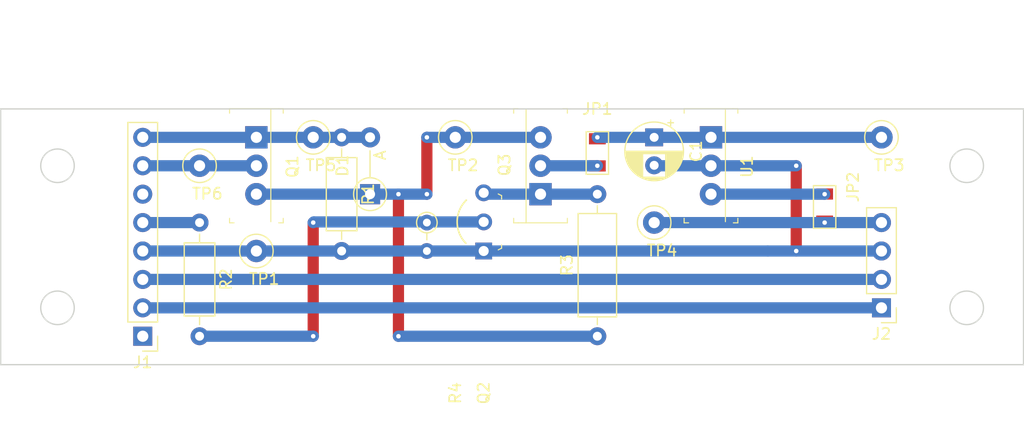
<source format=kicad_pcb>
(kicad_pcb (version 20171130) (host pcbnew "(5.1.2)-2")

  (general
    (thickness 1.6)
    (drawings 8)
    (tracks 49)
    (zones 0)
    (modules 20)
    (nets 16)
  )

  (page A4)
  (title_block
    (date 2019-09-10)
  )

  (layers
    (0 F.Cu signal)
    (31 B.Cu signal)
    (32 B.Adhes user hide)
    (33 F.Adhes user hide)
    (34 B.Paste user hide)
    (35 F.Paste user hide)
    (36 B.SilkS user hide)
    (37 F.SilkS user hide)
    (38 B.Mask user hide)
    (39 F.Mask user hide)
    (40 Dwgs.User user hide)
    (41 Cmts.User user hide)
    (42 Eco1.User user hide)
    (43 Eco2.User user hide)
    (44 Edge.Cuts user)
    (45 Margin user hide)
    (46 B.CrtYd user hide)
    (47 F.CrtYd user hide)
    (48 B.Fab user hide)
    (49 F.Fab user)
  )

  (setup
    (last_trace_width 0.25)
    (user_trace_width 1)
    (trace_clearance 0.2)
    (zone_clearance 0.508)
    (zone_45_only no)
    (trace_min 0.2)
    (via_size 0.8)
    (via_drill 0.4)
    (via_min_size 0.4)
    (via_min_drill 0.3)
    (uvia_size 0.3)
    (uvia_drill 0.1)
    (uvias_allowed no)
    (uvia_min_size 0.2)
    (uvia_min_drill 0.1)
    (edge_width 0.05)
    (segment_width 1)
    (pcb_text_width 0.3)
    (pcb_text_size 1.5 1.5)
    (mod_edge_width 0.12)
    (mod_text_size 1 1)
    (mod_text_width 0.15)
    (pad_size 1.524 1.524)
    (pad_drill 0.762)
    (pad_to_mask_clearance 0.051)
    (solder_mask_min_width 0.25)
    (aux_axis_origin 0 0)
    (visible_elements 7FFFFFFF)
    (pcbplotparams
      (layerselection 0x01000_7ffffffe)
      (usegerberextensions false)
      (usegerberattributes false)
      (usegerberadvancedattributes false)
      (creategerberjobfile false)
      (excludeedgelayer true)
      (linewidth 0.100000)
      (plotframeref false)
      (viasonmask false)
      (mode 1)
      (useauxorigin false)
      (hpglpennumber 1)
      (hpglpenspeed 20)
      (hpglpendiameter 15.000000)
      (psnegative false)
      (psa4output false)
      (plotreference true)
      (plotvalue true)
      (plotinvisibletext false)
      (padsonsilk false)
      (subtractmaskfromsilk false)
      (outputformat 3)
      (mirror false)
      (drillshape 0)
      (scaleselection 1)
      (outputdirectory "C:/Users/Mike/Desktop/"))
  )

  (net 0 "")
  (net 1 "Net-(C1-Pad1)")
  (net 2 GND)
  (net 3 "Net-(D1-Pad1)")
  (net 4 "Net-(J1-Pad1)")
  (net 5 "Net-(J1-Pad6)")
  (net 6 "Net-(J2-Pad4)")
  (net 7 "Net-(JP1-Pad1)")
  (net 8 "Net-(JP2-Pad1)")
  (net 9 "Net-(Q2-Pad3)")
  (net 10 "Net-(Q2-Pad2)")
  (net 11 /USB)
  (net 12 /RX)
  (net 13 /TX)
  (net 14 /CTRL)
  (net 15 /BAT)

  (net_class Default "This is the default net class."
    (clearance 0.2)
    (trace_width 0.25)
    (via_dia 0.8)
    (via_drill 0.4)
    (uvia_dia 0.3)
    (uvia_drill 0.1)
    (add_net /BAT)
    (add_net /CTRL)
    (add_net /RX)
    (add_net /TX)
    (add_net /USB)
    (add_net GND)
    (add_net "Net-(C1-Pad1)")
    (add_net "Net-(D1-Pad1)")
    (add_net "Net-(J1-Pad1)")
    (add_net "Net-(J1-Pad6)")
    (add_net "Net-(J2-Pad4)")
    (add_net "Net-(JP1-Pad1)")
    (add_net "Net-(JP2-Pad1)")
    (add_net "Net-(Q2-Pad2)")
    (add_net "Net-(Q2-Pad3)")
  )

  (module Resistor_THT:R_Axial_DIN0309_L9.0mm_D3.2mm_P12.70mm_Horizontal (layer F.Cu) (tedit 5AE5139B) (tstamp 5D782713)
    (at 111.76 114.3 90)
    (descr "Resistor, Axial_DIN0309 series, Axial, Horizontal, pin pitch=12.7mm, 0.5W = 1/2W, length*diameter=9*3.2mm^2, http://cdn-reichelt.de/documents/datenblatt/B400/1_4W%23YAG.pdf")
    (tags "Resistor Axial_DIN0309 series Axial Horizontal pin pitch 12.7mm 0.5W = 1/2W length 9mm diameter 3.2mm")
    (path /5BF6F4AA)
    (fp_text reference R3 (at 6.35 -2.72 90) (layer F.SilkS)
      (effects (font (size 1 1) (thickness 0.15)))
    )
    (fp_text value 10k (at -5.08 0 180) (layer F.Fab)
      (effects (font (size 1 1) (thickness 0.15)))
    )
    (fp_text user %R (at -3.81 0 180) (layer F.Fab)
      (effects (font (size 1 1) (thickness 0.15)))
    )
    (fp_line (start 13.75 -1.85) (end -1.05 -1.85) (layer F.CrtYd) (width 0.05))
    (fp_line (start 13.75 1.85) (end 13.75 -1.85) (layer F.CrtYd) (width 0.05))
    (fp_line (start -1.05 1.85) (end 13.75 1.85) (layer F.CrtYd) (width 0.05))
    (fp_line (start -1.05 -1.85) (end -1.05 1.85) (layer F.CrtYd) (width 0.05))
    (fp_line (start 11.66 0) (end 10.97 0) (layer F.SilkS) (width 0.12))
    (fp_line (start 1.04 0) (end 1.73 0) (layer F.SilkS) (width 0.12))
    (fp_line (start 10.97 -1.72) (end 1.73 -1.72) (layer F.SilkS) (width 0.12))
    (fp_line (start 10.97 1.72) (end 10.97 -1.72) (layer F.SilkS) (width 0.12))
    (fp_line (start 1.73 1.72) (end 10.97 1.72) (layer F.SilkS) (width 0.12))
    (fp_line (start 1.73 -1.72) (end 1.73 1.72) (layer F.SilkS) (width 0.12))
    (fp_line (start 12.7 0) (end 10.85 0) (layer F.Fab) (width 0.1))
    (fp_line (start 0 0) (end 1.85 0) (layer F.Fab) (width 0.1))
    (fp_line (start 10.85 -1.6) (end 1.85 -1.6) (layer F.Fab) (width 0.1))
    (fp_line (start 10.85 1.6) (end 10.85 -1.6) (layer F.Fab) (width 0.1))
    (fp_line (start 1.85 1.6) (end 10.85 1.6) (layer F.Fab) (width 0.1))
    (fp_line (start 1.85 -1.6) (end 1.85 1.6) (layer F.Fab) (width 0.1))
    (pad 2 thru_hole oval (at 12.7 0 90) (size 1.6 1.6) (drill 0.8) (layers *.Cu *.Mask)
      (net 9 "Net-(Q2-Pad3)"))
    (pad 1 thru_hole circle (at 0 0 90) (size 1.6 1.6) (drill 0.8) (layers *.Cu *.Mask)
      (net 3 "Net-(D1-Pad1)"))
    (model ${KISYS3DMOD}/Resistor_THT.3dshapes/R_Axial_DIN0309_L9.0mm_D3.2mm_P12.70mm_Horizontal.wrl
      (at (xyz 0 0 0))
      (scale (xyz 1 1 1))
      (rotate (xyz 0 0 0))
    )
  )

  (module Resistor_THT:R_Axial_DIN0204_L3.6mm_D1.6mm_P2.54mm_Vertical (layer F.Cu) (tedit 5AE5139B) (tstamp 5D773B44)
    (at 96.52 104.14 270)
    (descr "Resistor, Axial_DIN0204 series, Axial, Vertical, pin pitch=2.54mm, 0.167W, length*diameter=3.6*1.6mm^2, http://cdn-reichelt.de/documents/datenblatt/B400/1_4W%23YAG.pdf")
    (tags "Resistor Axial_DIN0204 series Axial Vertical pin pitch 2.54mm 0.167W length 3.6mm diameter 1.6mm")
    (path /5C90C028)
    (fp_text reference R4 (at 15.24 -2.54 90) (layer F.SilkS)
      (effects (font (size 1 1) (thickness 0.15)))
    )
    (fp_text value 10k (at 15.24 0 180) (layer F.Fab)
      (effects (font (size 1 1) (thickness 0.15)))
    )
    (fp_text user %R (at 13.97 0 180) (layer F.Fab)
      (effects (font (size 1 1) (thickness 0.15)))
    )
    (fp_line (start 3.49 -1.05) (end -1.05 -1.05) (layer F.CrtYd) (width 0.05))
    (fp_line (start 3.49 1.05) (end 3.49 -1.05) (layer F.CrtYd) (width 0.05))
    (fp_line (start -1.05 1.05) (end 3.49 1.05) (layer F.CrtYd) (width 0.05))
    (fp_line (start -1.05 -1.05) (end -1.05 1.05) (layer F.CrtYd) (width 0.05))
    (fp_line (start 0.92 0) (end 1.54 0) (layer F.SilkS) (width 0.12))
    (fp_line (start 0 0) (end 2.54 0) (layer F.Fab) (width 0.1))
    (fp_circle (center 0 0) (end 0.92 0) (layer F.SilkS) (width 0.12))
    (fp_circle (center 0 0) (end 0.8 0) (layer F.Fab) (width 0.1))
    (pad 2 thru_hole oval (at 2.54 0 270) (size 1.4 1.4) (drill 0.7) (layers *.Cu *.Mask)
      (net 2 GND))
    (pad 1 thru_hole circle (at 0 0 270) (size 1.4 1.4) (drill 0.7) (layers *.Cu *.Mask)
      (net 10 "Net-(Q2-Pad2)"))
    (model ${KISYS3DMOD}/Resistor_THT.3dshapes/R_Axial_DIN0204_L3.6mm_D1.6mm_P2.54mm_Vertical.wrl
      (at (xyz 0 0 0))
      (scale (xyz 1 1 1))
      (rotate (xyz 0 0 0))
    )
  )

  (module Resistor_THT:R_Axial_DIN0207_L6.3mm_D2.5mm_P10.16mm_Horizontal (layer F.Cu) (tedit 5AE5139B) (tstamp 5D773AFF)
    (at 88.9 96.52 270)
    (descr "Resistor, Axial_DIN0207 series, Axial, Horizontal, pin pitch=10.16mm, 0.25W = 1/4W, length*diameter=6.3*2.5mm^2, http://cdn-reichelt.de/documents/datenblatt/B400/1_4W%23YAG.pdf")
    (tags "Resistor Axial_DIN0207 series Axial Horizontal pin pitch 10.16mm 0.25W = 1/4W length 6.3mm diameter 2.5mm")
    (path /5C8EB050)
    (fp_text reference R1 (at 5.08 -2.37 90) (layer F.SilkS)
      (effects (font (size 1 1) (thickness 0.15)))
    )
    (fp_text value 100k (at -3.81 0 180) (layer F.Fab)
      (effects (font (size 1 1) (thickness 0.15)))
    )
    (fp_text user %R (at -5.08 0 180) (layer F.Fab)
      (effects (font (size 1 1) (thickness 0.15)))
    )
    (fp_line (start 11.21 -1.5) (end -1.05 -1.5) (layer F.CrtYd) (width 0.05))
    (fp_line (start 11.21 1.5) (end 11.21 -1.5) (layer F.CrtYd) (width 0.05))
    (fp_line (start -1.05 1.5) (end 11.21 1.5) (layer F.CrtYd) (width 0.05))
    (fp_line (start -1.05 -1.5) (end -1.05 1.5) (layer F.CrtYd) (width 0.05))
    (fp_line (start 9.12 0) (end 8.35 0) (layer F.SilkS) (width 0.12))
    (fp_line (start 1.04 0) (end 1.81 0) (layer F.SilkS) (width 0.12))
    (fp_line (start 8.35 -1.37) (end 1.81 -1.37) (layer F.SilkS) (width 0.12))
    (fp_line (start 8.35 1.37) (end 8.35 -1.37) (layer F.SilkS) (width 0.12))
    (fp_line (start 1.81 1.37) (end 8.35 1.37) (layer F.SilkS) (width 0.12))
    (fp_line (start 1.81 -1.37) (end 1.81 1.37) (layer F.SilkS) (width 0.12))
    (fp_line (start 10.16 0) (end 8.23 0) (layer F.Fab) (width 0.1))
    (fp_line (start 0 0) (end 1.93 0) (layer F.Fab) (width 0.1))
    (fp_line (start 8.23 -1.25) (end 1.93 -1.25) (layer F.Fab) (width 0.1))
    (fp_line (start 8.23 1.25) (end 8.23 -1.25) (layer F.Fab) (width 0.1))
    (fp_line (start 1.93 1.25) (end 8.23 1.25) (layer F.Fab) (width 0.1))
    (fp_line (start 1.93 -1.25) (end 1.93 1.25) (layer F.Fab) (width 0.1))
    (pad 2 thru_hole oval (at 10.16 0 270) (size 1.6 1.6) (drill 0.8) (layers *.Cu *.Mask)
      (net 2 GND))
    (pad 1 thru_hole circle (at 0 0 270) (size 1.6 1.6) (drill 0.8) (layers *.Cu *.Mask)
      (net 11 /USB))
    (model ${KISYS3DMOD}/Resistor_THT.3dshapes/R_Axial_DIN0207_L6.3mm_D2.5mm_P10.16mm_Horizontal.wrl
      (at (xyz 0 0 0))
      (scale (xyz 1 1 1))
      (rotate (xyz 0 0 0))
    )
  )

  (module Resistor_THT:R_Axial_DIN0207_L6.3mm_D2.5mm_P10.16mm_Horizontal (layer F.Cu) (tedit 5AE5139B) (tstamp 5D773B16)
    (at 76.2 104.14 270)
    (descr "Resistor, Axial_DIN0207 series, Axial, Horizontal, pin pitch=10.16mm, 0.25W = 1/4W, length*diameter=6.3*2.5mm^2, http://cdn-reichelt.de/documents/datenblatt/B400/1_4W%23YAG.pdf")
    (tags "Resistor Axial_DIN0207 series Axial Horizontal pin pitch 10.16mm 0.25W = 1/4W length 6.3mm diameter 2.5mm")
    (path /5C8F882F)
    (fp_text reference R2 (at 5.08 -2.37 90) (layer F.SilkS)
      (effects (font (size 1 1) (thickness 0.15)))
    )
    (fp_text value 1k (at 15.24 0 180) (layer F.Fab)
      (effects (font (size 1 1) (thickness 0.15)))
    )
    (fp_text user %R (at 13.97 0 180) (layer F.Fab)
      (effects (font (size 1 1) (thickness 0.15)))
    )
    (fp_line (start 11.21 -1.5) (end -1.05 -1.5) (layer F.CrtYd) (width 0.05))
    (fp_line (start 11.21 1.5) (end 11.21 -1.5) (layer F.CrtYd) (width 0.05))
    (fp_line (start -1.05 1.5) (end 11.21 1.5) (layer F.CrtYd) (width 0.05))
    (fp_line (start -1.05 -1.5) (end -1.05 1.5) (layer F.CrtYd) (width 0.05))
    (fp_line (start 9.12 0) (end 8.35 0) (layer F.SilkS) (width 0.12))
    (fp_line (start 1.04 0) (end 1.81 0) (layer F.SilkS) (width 0.12))
    (fp_line (start 8.35 -1.37) (end 1.81 -1.37) (layer F.SilkS) (width 0.12))
    (fp_line (start 8.35 1.37) (end 8.35 -1.37) (layer F.SilkS) (width 0.12))
    (fp_line (start 1.81 1.37) (end 8.35 1.37) (layer F.SilkS) (width 0.12))
    (fp_line (start 1.81 -1.37) (end 1.81 1.37) (layer F.SilkS) (width 0.12))
    (fp_line (start 10.16 0) (end 8.23 0) (layer F.Fab) (width 0.1))
    (fp_line (start 0 0) (end 1.93 0) (layer F.Fab) (width 0.1))
    (fp_line (start 8.23 -1.25) (end 1.93 -1.25) (layer F.Fab) (width 0.1))
    (fp_line (start 8.23 1.25) (end 8.23 -1.25) (layer F.Fab) (width 0.1))
    (fp_line (start 1.93 1.25) (end 8.23 1.25) (layer F.Fab) (width 0.1))
    (fp_line (start 1.93 -1.25) (end 1.93 1.25) (layer F.Fab) (width 0.1))
    (pad 2 thru_hole oval (at 10.16 0 270) (size 1.6 1.6) (drill 0.8) (layers *.Cu *.Mask)
      (net 10 "Net-(Q2-Pad2)"))
    (pad 1 thru_hole circle (at 0 0 270) (size 1.6 1.6) (drill 0.8) (layers *.Cu *.Mask)
      (net 14 /CTRL))
    (model ${KISYS3DMOD}/Resistor_THT.3dshapes/R_Axial_DIN0207_L6.3mm_D2.5mm_P10.16mm_Horizontal.wrl
      (at (xyz 0 0 0))
      (scale (xyz 1 1 1))
      (rotate (xyz 0 0 0))
    )
  )

  (module TestPoint:TestPoint_Loop_D2.50mm_Drill1.0mm (layer F.Cu) (tedit 5A0F774F) (tstamp 5D77B67D)
    (at 76.2 99.06)
    (descr "wire loop as test point, loop diameter 2.5mm, hole diameter 1.0mm")
    (tags "test point wire loop bead")
    (path /5D788983)
    (fp_text reference TP6 (at 0.7 2.5) (layer F.SilkS)
      (effects (font (size 1 1) (thickness 0.15)))
    )
    (fp_text value TestPoint (at 0 -12.7) (layer F.Fab)
      (effects (font (size 1 1) (thickness 0.15)))
    )
    (fp_text user %R (at 0 -13.97) (layer F.Fab)
      (effects (font (size 1 1) (thickness 0.15)))
    )
    (fp_circle (center 0 0) (end 1.5 0) (layer F.SilkS) (width 0.12))
    (fp_circle (center 0 0) (end 1.8 0) (layer F.CrtYd) (width 0.05))
    (fp_line (start 1.3 -0.2) (end -1.3 -0.2) (layer F.Fab) (width 0.12))
    (fp_line (start 1.3 0.2) (end 1.3 -0.2) (layer F.Fab) (width 0.12))
    (fp_line (start -1.3 0.2) (end 1.3 0.2) (layer F.Fab) (width 0.12))
    (fp_line (start -1.3 -0.2) (end -1.3 0.2) (layer F.Fab) (width 0.12))
    (pad 1 thru_hole circle (at 0 0) (size 2 2) (drill 1) (layers *.Cu *.Mask)
      (net 15 /BAT))
    (model ${KISYS3DMOD}/TestPoint.3dshapes/TestPoint_Loop_D2.50mm_Drill1.0mm.wrl
      (at (xyz 0 0 0))
      (scale (xyz 1 1 1))
      (rotate (xyz 0 0 0))
    )
  )

  (module TestPoint:TestPoint_Loop_D2.50mm_Drill1.0mm (layer F.Cu) (tedit 5A0F774F) (tstamp 5D77B671)
    (at 86.36 96.52)
    (descr "wire loop as test point, loop diameter 2.5mm, hole diameter 1.0mm")
    (tags "test point wire loop bead")
    (path /5D788340)
    (fp_text reference TP5 (at 0.7 2.5) (layer F.SilkS)
      (effects (font (size 1 1) (thickness 0.15)))
    )
    (fp_text value TestPoint (at 0 -10.16) (layer F.Fab)
      (effects (font (size 1 1) (thickness 0.15)))
    )
    (fp_text user %R (at 0 -11.43) (layer F.Fab)
      (effects (font (size 1 1) (thickness 0.15)))
    )
    (fp_circle (center 0 0) (end 1.5 0) (layer F.SilkS) (width 0.12))
    (fp_circle (center 0 0) (end 1.8 0) (layer F.CrtYd) (width 0.05))
    (fp_line (start 1.3 -0.2) (end -1.3 -0.2) (layer F.Fab) (width 0.12))
    (fp_line (start 1.3 0.2) (end 1.3 -0.2) (layer F.Fab) (width 0.12))
    (fp_line (start -1.3 0.2) (end 1.3 0.2) (layer F.Fab) (width 0.12))
    (fp_line (start -1.3 -0.2) (end -1.3 0.2) (layer F.Fab) (width 0.12))
    (pad 1 thru_hole circle (at 0 0) (size 2 2) (drill 1) (layers *.Cu *.Mask)
      (net 11 /USB))
    (model ${KISYS3DMOD}/TestPoint.3dshapes/TestPoint_Loop_D2.50mm_Drill1.0mm.wrl
      (at (xyz 0 0 0))
      (scale (xyz 1 1 1))
      (rotate (xyz 0 0 0))
    )
  )

  (module street_sense_footprints:SolderJumper-2_P1.3mm_Open_Pad1.0x1.5mm (layer F.Cu) (tedit 5D490478) (tstamp 5D773AA2)
    (at 132.08 101.6 270)
    (descr "SMD Solder Jumper, 1x1.5mm Pads, 0.3mm gap, open")
    (tags "solder jumper open")
    (path /5D7CBFE2)
    (attr virtual)
    (fp_text reference JP2 (at -0.635 -2.54 90) (layer F.SilkS)
      (effects (font (size 1 1) (thickness 0.15)))
    )
    (fp_text value Jumper (at -8.89 0 180) (layer F.Fab)
      (effects (font (size 1 1) (thickness 0.15)))
    )
    (fp_line (start 3.302 1.25) (end -1.015 1.25) (layer F.CrtYd) (width 0.05))
    (fp_line (start 3.302 1.25) (end 3.302 -1.25) (layer F.CrtYd) (width 0.05))
    (fp_line (start -1.015 -1.25) (end -1.015 1.25) (layer F.CrtYd) (width 0.05))
    (fp_line (start -1.015 -1.25) (end 3.302 -1.25) (layer F.CrtYd) (width 0.05))
    (fp_line (start -0.765 -1) (end 3.048 -1) (layer F.SilkS) (width 0.12))
    (fp_line (start 3.048 -1) (end 3.048 1) (layer F.SilkS) (width 0.12))
    (fp_line (start 3.048 1) (end -0.765 1) (layer F.SilkS) (width 0.12))
    (fp_line (start -0.765 1) (end -0.765 -1) (layer F.SilkS) (width 0.12))
    (pad 1 smd rect (at -0.015 0 270) (size 1 1.5) (layers F.Cu F.Mask)
      (net 8 "Net-(JP2-Pad1)"))
    (pad 2 smd rect (at 2.413 0 270) (size 1 1.5) (layers F.Cu F.Mask)
      (net 6 "Net-(J2-Pad4)"))
  )

  (module street_sense_footprints:SolderJumper-2_P1.3mm_Open_Pad1.0x1.5mm (layer F.Cu) (tedit 5D490478) (tstamp 5D773A92)
    (at 111.76 99.06 90)
    (descr "SMD Solder Jumper, 1x1.5mm Pads, 0.3mm gap, open")
    (tags "solder jumper open")
    (path /5D7CE97F)
    (attr virtual)
    (fp_text reference JP1 (at 5.08 0 180) (layer F.SilkS)
      (effects (font (size 1 1) (thickness 0.15)))
    )
    (fp_text value Jumper (at 12.7 0 180) (layer F.Fab)
      (effects (font (size 1 1) (thickness 0.15)))
    )
    (fp_line (start 3.302 1.25) (end -1.015 1.25) (layer F.CrtYd) (width 0.05))
    (fp_line (start 3.302 1.25) (end 3.302 -1.25) (layer F.CrtYd) (width 0.05))
    (fp_line (start -1.015 -1.25) (end -1.015 1.25) (layer F.CrtYd) (width 0.05))
    (fp_line (start -1.015 -1.25) (end 3.302 -1.25) (layer F.CrtYd) (width 0.05))
    (fp_line (start -0.765 -1) (end 3.048 -1) (layer F.SilkS) (width 0.12))
    (fp_line (start 3.048 -1) (end 3.048 1) (layer F.SilkS) (width 0.12))
    (fp_line (start 3.048 1) (end -0.765 1) (layer F.SilkS) (width 0.12))
    (fp_line (start -0.765 1) (end -0.765 -1) (layer F.SilkS) (width 0.12))
    (pad 1 smd rect (at -0.015 0 90) (size 1 1.5) (layers F.Cu F.Mask)
      (net 7 "Net-(JP1-Pad1)"))
    (pad 2 smd rect (at 2.413 0 90) (size 1 1.5) (layers F.Cu F.Mask)
      (net 1 "Net-(C1-Pad1)"))
  )

  (module digikey-footprints:TO-220-3 (layer F.Cu) (tedit 5AFA02CB) (tstamp 5D773AB8)
    (at 81.28 96.52 270)
    (descr http://www.st.com/content/ccc/resource/technical/document/datasheet/f9/ed/f5/44/26/b9/43/a4/CD00000911.pdf/files/CD00000911.pdf/jcr:content/translations/en.CD00000911.pdf)
    (path /5C5DE4A6)
    (fp_text reference Q1 (at 2.62 -3.22 90) (layer F.SilkS)
      (effects (font (size 1 1) (thickness 0.15)))
    )
    (fp_text value FQP27P06 (at -3.81 0 180) (layer F.Fab)
      (effects (font (size 1 1) (thickness 0.15)))
    )
    (fp_line (start -2.46 2.25) (end 7.54 2.25) (layer F.Fab) (width 0.1))
    (fp_line (start -2.46 -2.25) (end 7.54 -2.25) (layer F.Fab) (width 0.1))
    (fp_line (start -2.46 -2.25) (end -2.46 2.25) (layer F.Fab) (width 0.1))
    (fp_line (start 7.54 2.25) (end 7.54 -2.25) (layer F.Fab) (width 0.1))
    (fp_text user %R (at -5.08 0 180) (layer F.Fab)
      (effects (font (size 1 1) (thickness 0.15)))
    )
    (fp_line (start 7.64 -2.4) (end 7.64 -2) (layer F.SilkS) (width 0.1))
    (fp_line (start 7.24 -2.4) (end 7.64 -2.4) (layer F.SilkS) (width 0.1))
    (fp_line (start -2.56 -2.4) (end -2.16 -2.4) (layer F.SilkS) (width 0.1))
    (fp_line (start -2.56 -2.4) (end -2.56 -2) (layer F.SilkS) (width 0.1))
    (fp_line (start -2.56 2.4) (end -2.16 2.4) (layer F.SilkS) (width 0.1))
    (fp_line (start -2.56 2.4) (end -2.56 -2) (layer F.SilkS) (width 0.1))
    (fp_line (start 7.64 2.4) (end 7.24 2.4) (layer F.SilkS) (width 0.1))
    (fp_line (start 7.64 2.4) (end 7.64 2) (layer F.SilkS) (width 0.1))
    (fp_line (start 7.79 -2.5) (end 7.79 2.5) (layer F.CrtYd) (width 0.05))
    (fp_line (start -2.71 -2.5) (end -2.71 2.5) (layer F.CrtYd) (width 0.05))
    (fp_line (start -2.71 -2.5) (end 7.79 -2.5) (layer F.CrtYd) (width 0.05))
    (fp_line (start -2.71 2.5) (end 7.79 2.5) (layer F.CrtYd) (width 0.05))
    (fp_line (start -2.45 -1.3) (end 7.54 -1.3) (layer F.Fab) (width 0.1))
    (fp_line (start -2.56 -1.29) (end 7.54 -1.29) (layer F.SilkS) (width 0.1))
    (pad 3 thru_hole circle (at 5.08 0 270) (size 2 2) (drill 1) (layers *.Cu *.Mask)
      (net 3 "Net-(D1-Pad1)"))
    (pad 2 thru_hole circle (at 2.54 0 270) (size 2 2) (drill 1) (layers *.Cu *.Mask)
      (net 15 /BAT))
    (pad 1 thru_hole rect (at 0 0 270) (size 2 2) (drill 1) (layers *.Cu *.Mask)
      (net 11 /USB))
  )

  (module Capacitor_THT:CP_Radial_D5.0mm_P2.50mm (layer F.Cu) (tedit 5AE50EF0) (tstamp 5D773A3D)
    (at 116.84 96.52 270)
    (descr "CP, Radial series, Radial, pin pitch=2.50mm, , diameter=5mm, Electrolytic Capacitor")
    (tags "CP Radial series Radial pin pitch 2.50mm  diameter 5mm Electrolytic Capacitor")
    (path /5C9AA527)
    (fp_text reference C1 (at 1.25 -3.75 90) (layer F.SilkS)
      (effects (font (size 1 1) (thickness 0.15)))
    )
    (fp_text value 220uF (at -3.81 0 180) (layer F.Fab)
      (effects (font (size 1 1) (thickness 0.15)))
    )
    (fp_circle (center 1.25 0) (end 3.75 0) (layer F.Fab) (width 0.1))
    (fp_circle (center 1.25 0) (end 3.87 0) (layer F.SilkS) (width 0.12))
    (fp_circle (center 1.25 0) (end 4 0) (layer F.CrtYd) (width 0.05))
    (fp_line (start -0.883605 -1.0875) (end -0.383605 -1.0875) (layer F.Fab) (width 0.1))
    (fp_line (start -0.633605 -1.3375) (end -0.633605 -0.8375) (layer F.Fab) (width 0.1))
    (fp_line (start 1.25 -2.58) (end 1.25 2.58) (layer F.SilkS) (width 0.12))
    (fp_line (start 1.29 -2.58) (end 1.29 2.58) (layer F.SilkS) (width 0.12))
    (fp_line (start 1.33 -2.579) (end 1.33 2.579) (layer F.SilkS) (width 0.12))
    (fp_line (start 1.37 -2.578) (end 1.37 2.578) (layer F.SilkS) (width 0.12))
    (fp_line (start 1.41 -2.576) (end 1.41 2.576) (layer F.SilkS) (width 0.12))
    (fp_line (start 1.45 -2.573) (end 1.45 2.573) (layer F.SilkS) (width 0.12))
    (fp_line (start 1.49 -2.569) (end 1.49 -1.04) (layer F.SilkS) (width 0.12))
    (fp_line (start 1.49 1.04) (end 1.49 2.569) (layer F.SilkS) (width 0.12))
    (fp_line (start 1.53 -2.565) (end 1.53 -1.04) (layer F.SilkS) (width 0.12))
    (fp_line (start 1.53 1.04) (end 1.53 2.565) (layer F.SilkS) (width 0.12))
    (fp_line (start 1.57 -2.561) (end 1.57 -1.04) (layer F.SilkS) (width 0.12))
    (fp_line (start 1.57 1.04) (end 1.57 2.561) (layer F.SilkS) (width 0.12))
    (fp_line (start 1.61 -2.556) (end 1.61 -1.04) (layer F.SilkS) (width 0.12))
    (fp_line (start 1.61 1.04) (end 1.61 2.556) (layer F.SilkS) (width 0.12))
    (fp_line (start 1.65 -2.55) (end 1.65 -1.04) (layer F.SilkS) (width 0.12))
    (fp_line (start 1.65 1.04) (end 1.65 2.55) (layer F.SilkS) (width 0.12))
    (fp_line (start 1.69 -2.543) (end 1.69 -1.04) (layer F.SilkS) (width 0.12))
    (fp_line (start 1.69 1.04) (end 1.69 2.543) (layer F.SilkS) (width 0.12))
    (fp_line (start 1.73 -2.536) (end 1.73 -1.04) (layer F.SilkS) (width 0.12))
    (fp_line (start 1.73 1.04) (end 1.73 2.536) (layer F.SilkS) (width 0.12))
    (fp_line (start 1.77 -2.528) (end 1.77 -1.04) (layer F.SilkS) (width 0.12))
    (fp_line (start 1.77 1.04) (end 1.77 2.528) (layer F.SilkS) (width 0.12))
    (fp_line (start 1.81 -2.52) (end 1.81 -1.04) (layer F.SilkS) (width 0.12))
    (fp_line (start 1.81 1.04) (end 1.81 2.52) (layer F.SilkS) (width 0.12))
    (fp_line (start 1.85 -2.511) (end 1.85 -1.04) (layer F.SilkS) (width 0.12))
    (fp_line (start 1.85 1.04) (end 1.85 2.511) (layer F.SilkS) (width 0.12))
    (fp_line (start 1.89 -2.501) (end 1.89 -1.04) (layer F.SilkS) (width 0.12))
    (fp_line (start 1.89 1.04) (end 1.89 2.501) (layer F.SilkS) (width 0.12))
    (fp_line (start 1.93 -2.491) (end 1.93 -1.04) (layer F.SilkS) (width 0.12))
    (fp_line (start 1.93 1.04) (end 1.93 2.491) (layer F.SilkS) (width 0.12))
    (fp_line (start 1.971 -2.48) (end 1.971 -1.04) (layer F.SilkS) (width 0.12))
    (fp_line (start 1.971 1.04) (end 1.971 2.48) (layer F.SilkS) (width 0.12))
    (fp_line (start 2.011 -2.468) (end 2.011 -1.04) (layer F.SilkS) (width 0.12))
    (fp_line (start 2.011 1.04) (end 2.011 2.468) (layer F.SilkS) (width 0.12))
    (fp_line (start 2.051 -2.455) (end 2.051 -1.04) (layer F.SilkS) (width 0.12))
    (fp_line (start 2.051 1.04) (end 2.051 2.455) (layer F.SilkS) (width 0.12))
    (fp_line (start 2.091 -2.442) (end 2.091 -1.04) (layer F.SilkS) (width 0.12))
    (fp_line (start 2.091 1.04) (end 2.091 2.442) (layer F.SilkS) (width 0.12))
    (fp_line (start 2.131 -2.428) (end 2.131 -1.04) (layer F.SilkS) (width 0.12))
    (fp_line (start 2.131 1.04) (end 2.131 2.428) (layer F.SilkS) (width 0.12))
    (fp_line (start 2.171 -2.414) (end 2.171 -1.04) (layer F.SilkS) (width 0.12))
    (fp_line (start 2.171 1.04) (end 2.171 2.414) (layer F.SilkS) (width 0.12))
    (fp_line (start 2.211 -2.398) (end 2.211 -1.04) (layer F.SilkS) (width 0.12))
    (fp_line (start 2.211 1.04) (end 2.211 2.398) (layer F.SilkS) (width 0.12))
    (fp_line (start 2.251 -2.382) (end 2.251 -1.04) (layer F.SilkS) (width 0.12))
    (fp_line (start 2.251 1.04) (end 2.251 2.382) (layer F.SilkS) (width 0.12))
    (fp_line (start 2.291 -2.365) (end 2.291 -1.04) (layer F.SilkS) (width 0.12))
    (fp_line (start 2.291 1.04) (end 2.291 2.365) (layer F.SilkS) (width 0.12))
    (fp_line (start 2.331 -2.348) (end 2.331 -1.04) (layer F.SilkS) (width 0.12))
    (fp_line (start 2.331 1.04) (end 2.331 2.348) (layer F.SilkS) (width 0.12))
    (fp_line (start 2.371 -2.329) (end 2.371 -1.04) (layer F.SilkS) (width 0.12))
    (fp_line (start 2.371 1.04) (end 2.371 2.329) (layer F.SilkS) (width 0.12))
    (fp_line (start 2.411 -2.31) (end 2.411 -1.04) (layer F.SilkS) (width 0.12))
    (fp_line (start 2.411 1.04) (end 2.411 2.31) (layer F.SilkS) (width 0.12))
    (fp_line (start 2.451 -2.29) (end 2.451 -1.04) (layer F.SilkS) (width 0.12))
    (fp_line (start 2.451 1.04) (end 2.451 2.29) (layer F.SilkS) (width 0.12))
    (fp_line (start 2.491 -2.268) (end 2.491 -1.04) (layer F.SilkS) (width 0.12))
    (fp_line (start 2.491 1.04) (end 2.491 2.268) (layer F.SilkS) (width 0.12))
    (fp_line (start 2.531 -2.247) (end 2.531 -1.04) (layer F.SilkS) (width 0.12))
    (fp_line (start 2.531 1.04) (end 2.531 2.247) (layer F.SilkS) (width 0.12))
    (fp_line (start 2.571 -2.224) (end 2.571 -1.04) (layer F.SilkS) (width 0.12))
    (fp_line (start 2.571 1.04) (end 2.571 2.224) (layer F.SilkS) (width 0.12))
    (fp_line (start 2.611 -2.2) (end 2.611 -1.04) (layer F.SilkS) (width 0.12))
    (fp_line (start 2.611 1.04) (end 2.611 2.2) (layer F.SilkS) (width 0.12))
    (fp_line (start 2.651 -2.175) (end 2.651 -1.04) (layer F.SilkS) (width 0.12))
    (fp_line (start 2.651 1.04) (end 2.651 2.175) (layer F.SilkS) (width 0.12))
    (fp_line (start 2.691 -2.149) (end 2.691 -1.04) (layer F.SilkS) (width 0.12))
    (fp_line (start 2.691 1.04) (end 2.691 2.149) (layer F.SilkS) (width 0.12))
    (fp_line (start 2.731 -2.122) (end 2.731 -1.04) (layer F.SilkS) (width 0.12))
    (fp_line (start 2.731 1.04) (end 2.731 2.122) (layer F.SilkS) (width 0.12))
    (fp_line (start 2.771 -2.095) (end 2.771 -1.04) (layer F.SilkS) (width 0.12))
    (fp_line (start 2.771 1.04) (end 2.771 2.095) (layer F.SilkS) (width 0.12))
    (fp_line (start 2.811 -2.065) (end 2.811 -1.04) (layer F.SilkS) (width 0.12))
    (fp_line (start 2.811 1.04) (end 2.811 2.065) (layer F.SilkS) (width 0.12))
    (fp_line (start 2.851 -2.035) (end 2.851 -1.04) (layer F.SilkS) (width 0.12))
    (fp_line (start 2.851 1.04) (end 2.851 2.035) (layer F.SilkS) (width 0.12))
    (fp_line (start 2.891 -2.004) (end 2.891 -1.04) (layer F.SilkS) (width 0.12))
    (fp_line (start 2.891 1.04) (end 2.891 2.004) (layer F.SilkS) (width 0.12))
    (fp_line (start 2.931 -1.971) (end 2.931 -1.04) (layer F.SilkS) (width 0.12))
    (fp_line (start 2.931 1.04) (end 2.931 1.971) (layer F.SilkS) (width 0.12))
    (fp_line (start 2.971 -1.937) (end 2.971 -1.04) (layer F.SilkS) (width 0.12))
    (fp_line (start 2.971 1.04) (end 2.971 1.937) (layer F.SilkS) (width 0.12))
    (fp_line (start 3.011 -1.901) (end 3.011 -1.04) (layer F.SilkS) (width 0.12))
    (fp_line (start 3.011 1.04) (end 3.011 1.901) (layer F.SilkS) (width 0.12))
    (fp_line (start 3.051 -1.864) (end 3.051 -1.04) (layer F.SilkS) (width 0.12))
    (fp_line (start 3.051 1.04) (end 3.051 1.864) (layer F.SilkS) (width 0.12))
    (fp_line (start 3.091 -1.826) (end 3.091 -1.04) (layer F.SilkS) (width 0.12))
    (fp_line (start 3.091 1.04) (end 3.091 1.826) (layer F.SilkS) (width 0.12))
    (fp_line (start 3.131 -1.785) (end 3.131 -1.04) (layer F.SilkS) (width 0.12))
    (fp_line (start 3.131 1.04) (end 3.131 1.785) (layer F.SilkS) (width 0.12))
    (fp_line (start 3.171 -1.743) (end 3.171 -1.04) (layer F.SilkS) (width 0.12))
    (fp_line (start 3.171 1.04) (end 3.171 1.743) (layer F.SilkS) (width 0.12))
    (fp_line (start 3.211 -1.699) (end 3.211 -1.04) (layer F.SilkS) (width 0.12))
    (fp_line (start 3.211 1.04) (end 3.211 1.699) (layer F.SilkS) (width 0.12))
    (fp_line (start 3.251 -1.653) (end 3.251 -1.04) (layer F.SilkS) (width 0.12))
    (fp_line (start 3.251 1.04) (end 3.251 1.653) (layer F.SilkS) (width 0.12))
    (fp_line (start 3.291 -1.605) (end 3.291 -1.04) (layer F.SilkS) (width 0.12))
    (fp_line (start 3.291 1.04) (end 3.291 1.605) (layer F.SilkS) (width 0.12))
    (fp_line (start 3.331 -1.554) (end 3.331 -1.04) (layer F.SilkS) (width 0.12))
    (fp_line (start 3.331 1.04) (end 3.331 1.554) (layer F.SilkS) (width 0.12))
    (fp_line (start 3.371 -1.5) (end 3.371 -1.04) (layer F.SilkS) (width 0.12))
    (fp_line (start 3.371 1.04) (end 3.371 1.5) (layer F.SilkS) (width 0.12))
    (fp_line (start 3.411 -1.443) (end 3.411 -1.04) (layer F.SilkS) (width 0.12))
    (fp_line (start 3.411 1.04) (end 3.411 1.443) (layer F.SilkS) (width 0.12))
    (fp_line (start 3.451 -1.383) (end 3.451 -1.04) (layer F.SilkS) (width 0.12))
    (fp_line (start 3.451 1.04) (end 3.451 1.383) (layer F.SilkS) (width 0.12))
    (fp_line (start 3.491 -1.319) (end 3.491 -1.04) (layer F.SilkS) (width 0.12))
    (fp_line (start 3.491 1.04) (end 3.491 1.319) (layer F.SilkS) (width 0.12))
    (fp_line (start 3.531 -1.251) (end 3.531 -1.04) (layer F.SilkS) (width 0.12))
    (fp_line (start 3.531 1.04) (end 3.531 1.251) (layer F.SilkS) (width 0.12))
    (fp_line (start 3.571 -1.178) (end 3.571 1.178) (layer F.SilkS) (width 0.12))
    (fp_line (start 3.611 -1.098) (end 3.611 1.098) (layer F.SilkS) (width 0.12))
    (fp_line (start 3.651 -1.011) (end 3.651 1.011) (layer F.SilkS) (width 0.12))
    (fp_line (start 3.691 -0.915) (end 3.691 0.915) (layer F.SilkS) (width 0.12))
    (fp_line (start 3.731 -0.805) (end 3.731 0.805) (layer F.SilkS) (width 0.12))
    (fp_line (start 3.771 -0.677) (end 3.771 0.677) (layer F.SilkS) (width 0.12))
    (fp_line (start 3.811 -0.518) (end 3.811 0.518) (layer F.SilkS) (width 0.12))
    (fp_line (start 3.851 -0.284) (end 3.851 0.284) (layer F.SilkS) (width 0.12))
    (fp_line (start -1.554775 -1.475) (end -1.054775 -1.475) (layer F.SilkS) (width 0.12))
    (fp_line (start -1.304775 -1.725) (end -1.304775 -1.225) (layer F.SilkS) (width 0.12))
    (fp_text user %R (at -5.08 0 180) (layer F.Fab)
      (effects (font (size 1 1) (thickness 0.15)))
    )
    (pad 1 thru_hole rect (at 0 0 270) (size 1.6 1.6) (drill 0.8) (layers *.Cu *.Mask)
      (net 1 "Net-(C1-Pad1)"))
    (pad 2 thru_hole circle (at 2.5 0 270) (size 1.6 1.6) (drill 0.8) (layers *.Cu *.Mask)
      (net 2 GND))
    (model ${KISYS3DMOD}/Capacitor_THT.3dshapes/CP_Radial_D5.0mm_P2.50mm.wrl
      (at (xyz 0 0 0))
      (scale (xyz 1 1 1))
      (rotate (xyz 0 0 0))
    )
  )

  (module Diode_THT:D_A-405_P5.08mm_Vertical_AnodeUp (layer F.Cu) (tedit 5AE50CD5) (tstamp 5D773A4E)
    (at 91.44 101.6 90)
    (descr "Diode, A-405 series, Axial, Vertical, pin pitch=5.08mm, , length*diameter=5.2*2.7mm^2, , http://www.diodes.com/_files/packages/A-405.pdf")
    (tags "Diode A-405 series Axial Vertical pin pitch 5.08mm  length 5.2mm diameter 2.7mm")
    (path /5C9DBCEF)
    (fp_text reference D1 (at 2.54 -2.47 90) (layer F.SilkS)
      (effects (font (size 1 1) (thickness 0.15)))
    )
    (fp_text value "MBD 301" (at 12.7 0 180) (layer F.Fab)
      (effects (font (size 1 1) (thickness 0.15)))
    )
    (fp_circle (center 0 0) (end 1.35 0) (layer F.Fab) (width 0.1))
    (fp_circle (center 0 0) (end 1.47 0) (layer F.SilkS) (width 0.12))
    (fp_line (start 0 0) (end 5.08 0) (layer F.Fab) (width 0.1))
    (fp_line (start 1.47 0) (end 3.88 0) (layer F.SilkS) (width 0.12))
    (fp_line (start -1.6 -1.6) (end -1.6 1.6) (layer F.CrtYd) (width 0.05))
    (fp_line (start -1.6 1.6) (end 6.23 1.6) (layer F.CrtYd) (width 0.05))
    (fp_line (start 6.23 1.6) (end 6.23 -1.6) (layer F.CrtYd) (width 0.05))
    (fp_line (start 6.23 -1.6) (end -1.6 -1.6) (layer F.CrtYd) (width 0.05))
    (fp_text user %R (at 13.97 0 180) (layer F.Fab)
      (effects (font (size 1 1) (thickness 0.15)))
    )
    (fp_text user A (at 2.54 1.27 90) (layer F.Fab)
      (effects (font (size 1 1) (thickness 0.15)))
    )
    (fp_text user A (at 3.48 0.9 90) (layer F.SilkS)
      (effects (font (size 1 1) (thickness 0.15)))
    )
    (pad 1 thru_hole rect (at 0 0 90) (size 1.8 1.8) (drill 0.9) (layers *.Cu *.Mask)
      (net 3 "Net-(D1-Pad1)"))
    (pad 2 thru_hole oval (at 5.08 0 90) (size 1.8 1.8) (drill 0.9) (layers *.Cu *.Mask)
      (net 11 /USB))
    (model ${KISYS3DMOD}/Diode_THT.3dshapes/D_A-405_P5.08mm_Vertical_AnodeUp.wrl
      (at (xyz 0 0 0))
      (scale (xyz 1 1 1))
      (rotate (xyz 0 0 0))
    )
  )

  (module Connector_PinHeader_2.54mm:PinHeader_1x08_P2.54mm_Vertical (layer F.Cu) (tedit 59FED5CC) (tstamp 5D773A6A)
    (at 71.12 114.3 180)
    (descr "Through hole straight pin header, 1x08, 2.54mm pitch, single row")
    (tags "Through hole pin header THT 1x08 2.54mm single row")
    (path /5D794743)
    (fp_text reference J1 (at 0 -2.33) (layer F.SilkS)
      (effects (font (size 1 1) (thickness 0.15)))
    )
    (fp_text value Conn_01x08 (at 2.54 21.59) (layer F.Fab)
      (effects (font (size 1 1) (thickness 0.15)))
    )
    (fp_line (start -0.635 -1.27) (end 1.27 -1.27) (layer F.Fab) (width 0.1))
    (fp_line (start 1.27 -1.27) (end 1.27 19.05) (layer F.Fab) (width 0.1))
    (fp_line (start 1.27 19.05) (end -1.27 19.05) (layer F.Fab) (width 0.1))
    (fp_line (start -1.27 19.05) (end -1.27 -0.635) (layer F.Fab) (width 0.1))
    (fp_line (start -1.27 -0.635) (end -0.635 -1.27) (layer F.Fab) (width 0.1))
    (fp_line (start -1.33 19.11) (end 1.33 19.11) (layer F.SilkS) (width 0.12))
    (fp_line (start -1.33 1.27) (end -1.33 19.11) (layer F.SilkS) (width 0.12))
    (fp_line (start 1.33 1.27) (end 1.33 19.11) (layer F.SilkS) (width 0.12))
    (fp_line (start -1.33 1.27) (end 1.33 1.27) (layer F.SilkS) (width 0.12))
    (fp_line (start -1.33 0) (end -1.33 -1.33) (layer F.SilkS) (width 0.12))
    (fp_line (start -1.33 -1.33) (end 0 -1.33) (layer F.SilkS) (width 0.12))
    (fp_line (start -1.8 -1.8) (end -1.8 19.55) (layer F.CrtYd) (width 0.05))
    (fp_line (start -1.8 19.55) (end 1.8 19.55) (layer F.CrtYd) (width 0.05))
    (fp_line (start 1.8 19.55) (end 1.8 -1.8) (layer F.CrtYd) (width 0.05))
    (fp_line (start 1.8 -1.8) (end -1.8 -1.8) (layer F.CrtYd) (width 0.05))
    (fp_text user %R (at 0 8.89 90) (layer F.Fab)
      (effects (font (size 1 1) (thickness 0.15)))
    )
    (pad 1 thru_hole rect (at 0 0 180) (size 1.7 1.7) (drill 1) (layers *.Cu *.Mask)
      (net 4 "Net-(J1-Pad1)"))
    (pad 2 thru_hole oval (at 0 2.54 180) (size 1.7 1.7) (drill 1) (layers *.Cu *.Mask)
      (net 12 /RX))
    (pad 3 thru_hole oval (at 0 5.08 180) (size 1.7 1.7) (drill 1) (layers *.Cu *.Mask)
      (net 13 /TX))
    (pad 4 thru_hole oval (at 0 7.62 180) (size 1.7 1.7) (drill 1) (layers *.Cu *.Mask)
      (net 2 GND))
    (pad 5 thru_hole oval (at 0 10.16 180) (size 1.7 1.7) (drill 1) (layers *.Cu *.Mask)
      (net 14 /CTRL))
    (pad 6 thru_hole oval (at 0 12.7 180) (size 1.7 1.7) (drill 1) (layers *.Cu *.Mask)
      (net 5 "Net-(J1-Pad6)"))
    (pad 7 thru_hole oval (at 0 15.24 180) (size 1.7 1.7) (drill 1) (layers *.Cu *.Mask)
      (net 15 /BAT))
    (pad 8 thru_hole oval (at 0 17.78 180) (size 1.7 1.7) (drill 1) (layers *.Cu *.Mask)
      (net 11 /USB))
    (model ${KISYS3DMOD}/Connector_PinHeader_2.54mm.3dshapes/PinHeader_1x08_P2.54mm_Vertical.wrl
      (at (xyz 0 0 0))
      (scale (xyz 1 1 1))
      (rotate (xyz 0 0 0))
    )
  )

  (module Connector_PinHeader_2.54mm:PinHeader_1x04_P2.54mm_Vertical (layer F.Cu) (tedit 59FED5CC) (tstamp 5D773A82)
    (at 137.16 111.76 180)
    (descr "Through hole straight pin header, 1x04, 2.54mm pitch, single row")
    (tags "Through hole pin header THT 1x04 2.54mm single row")
    (path /5D795B5E)
    (fp_text reference J2 (at 0 -2.33) (layer F.SilkS)
      (effects (font (size 1 1) (thickness 0.15)))
    )
    (fp_text value Conn_01x04 (at -1.27 -2.54) (layer F.Fab)
      (effects (font (size 1 1) (thickness 0.15)))
    )
    (fp_line (start -0.635 -1.27) (end 1.27 -1.27) (layer F.Fab) (width 0.1))
    (fp_line (start 1.27 -1.27) (end 1.27 8.89) (layer F.Fab) (width 0.1))
    (fp_line (start 1.27 8.89) (end -1.27 8.89) (layer F.Fab) (width 0.1))
    (fp_line (start -1.27 8.89) (end -1.27 -0.635) (layer F.Fab) (width 0.1))
    (fp_line (start -1.27 -0.635) (end -0.635 -1.27) (layer F.Fab) (width 0.1))
    (fp_line (start -1.33 8.95) (end 1.33 8.95) (layer F.SilkS) (width 0.12))
    (fp_line (start -1.33 1.27) (end -1.33 8.95) (layer F.SilkS) (width 0.12))
    (fp_line (start 1.33 1.27) (end 1.33 8.95) (layer F.SilkS) (width 0.12))
    (fp_line (start -1.33 1.27) (end 1.33 1.27) (layer F.SilkS) (width 0.12))
    (fp_line (start -1.33 0) (end -1.33 -1.33) (layer F.SilkS) (width 0.12))
    (fp_line (start -1.33 -1.33) (end 0 -1.33) (layer F.SilkS) (width 0.12))
    (fp_line (start -1.8 -1.8) (end -1.8 9.4) (layer F.CrtYd) (width 0.05))
    (fp_line (start -1.8 9.4) (end 1.8 9.4) (layer F.CrtYd) (width 0.05))
    (fp_line (start 1.8 9.4) (end 1.8 -1.8) (layer F.CrtYd) (width 0.05))
    (fp_line (start 1.8 -1.8) (end -1.8 -1.8) (layer F.CrtYd) (width 0.05))
    (fp_text user %R (at 0 3.81 90) (layer F.Fab)
      (effects (font (size 1 1) (thickness 0.15)))
    )
    (pad 1 thru_hole rect (at 0 0 180) (size 1.7 1.7) (drill 1) (layers *.Cu *.Mask)
      (net 12 /RX))
    (pad 2 thru_hole oval (at 0 2.54 180) (size 1.7 1.7) (drill 1) (layers *.Cu *.Mask)
      (net 13 /TX))
    (pad 3 thru_hole oval (at 0 5.08 180) (size 1.7 1.7) (drill 1) (layers *.Cu *.Mask)
      (net 2 GND))
    (pad 4 thru_hole oval (at 0 7.62 180) (size 1.7 1.7) (drill 1) (layers *.Cu *.Mask)
      (net 6 "Net-(J2-Pad4)"))
    (model ${KISYS3DMOD}/Connector_PinHeader_2.54mm.3dshapes/PinHeader_1x04_P2.54mm_Vertical.wrl
      (at (xyz 0 0 0))
      (scale (xyz 1 1 1))
      (rotate (xyz 0 0 0))
    )
  )

  (module digikey-footprints:TO-92-3_Formed_Leads (layer F.Cu) (tedit 5AF4B307) (tstamp 5D773ACE)
    (at 101.6 106.68 90)
    (descr http://www.ti.com/lit/ds/symlink/tl431a.pdf)
    (path /5C8F6DC9)
    (fp_text reference Q2 (at -12.7 0 90) (layer F.SilkS)
      (effects (font (size 1 1) (thickness 0.15)))
    )
    (fp_text value PN2222A (at -12.7 1.27 180) (layer F.Fab)
      (effects (font (size 1 1) (thickness 0.15)))
    )
    (fp_text user %R (at -11.43 0) (layer F.Fab)
      (effects (font (size 0.75 0.75) (thickness 0.15)))
    )
    (fp_line (start 0.25 1.6) (end 0.1 1.3) (layer F.SilkS) (width 0.1))
    (fp_line (start 0.55 1.6) (end 0.25 1.6) (layer F.SilkS) (width 0.1))
    (fp_line (start 4.95 1.6) (end 4.65 1.6) (layer F.SilkS) (width 0.1))
    (fp_line (start 4.95 1.6) (end 5.1 1.3) (layer F.SilkS) (width 0.1))
    (fp_line (start 6.2 1.75) (end 6.2 -2.5) (layer F.CrtYd) (width 0.05))
    (fp_line (start -1 1.75) (end -1 -2.5) (layer F.CrtYd) (width 0.05))
    (fp_line (start -1 1.7) (end 6.2 1.7) (layer F.CrtYd) (width 0.05))
    (fp_line (start -1 -2.5) (end 6.2 -2.5) (layer F.CrtYd) (width 0.05))
    (fp_arc (start 2.6 0.3) (end 2.6 -2.3) (angle 90) (layer F.Fab) (width 0.15))
    (fp_arc (start 2.6 0.3) (end 0 0.3) (angle 90) (layer F.Fab) (width 0.15))
    (fp_arc (start 2.6 0.3) (end 3.8 -2) (angle 90) (layer F.Fab) (width 0.15))
    (fp_arc (start 2.6 0.3) (end 0.3 1.5) (angle 90) (layer F.Fab) (width 0.15))
    (fp_line (start 4.9 1.5) (end 0.3 1.5) (layer F.Fab) (width 0.15))
    (fp_arc (start 2.6 0.35) (end 0.7 -1.6) (angle 90) (layer F.SilkS) (width 0.15))
    (pad 1 thru_hole rect (at 0 0 270) (size 1.5 1.5) (drill 0.9) (layers *.Cu *.Mask)
      (net 2 GND))
    (pad 3 thru_hole circle (at 5.2 0 270) (size 1.5 1.5) (drill 0.9) (layers *.Cu *.Mask)
      (net 9 "Net-(Q2-Pad3)"))
    (pad 2 thru_hole circle (at 2.6 0 270) (size 1.5 1.5) (drill 0.9) (layers *.Cu *.Mask)
      (net 10 "Net-(Q2-Pad2)"))
  )

  (module digikey-footprints:TO-220-3 (layer F.Cu) (tedit 5AFA02CB) (tstamp 5D773AE8)
    (at 106.68 101.6 90)
    (descr http://www.st.com/content/ccc/resource/technical/document/datasheet/f9/ed/f5/44/26/b9/43/a4/CD00000911.pdf/files/CD00000911.pdf/jcr:content/translations/en.CD00000911.pdf)
    (path /5C8F263F)
    (fp_text reference Q3 (at 2.62 -3.22 90) (layer F.SilkS)
      (effects (font (size 1 1) (thickness 0.15)))
    )
    (fp_text value FQP27P06 (at 8.89 0 180) (layer F.Fab)
      (effects (font (size 1 1) (thickness 0.15)))
    )
    (fp_line (start -2.56 -1.29) (end 7.54 -1.29) (layer F.SilkS) (width 0.1))
    (fp_line (start -2.45 -1.3) (end 7.54 -1.3) (layer F.Fab) (width 0.1))
    (fp_line (start -2.71 2.5) (end 7.79 2.5) (layer F.CrtYd) (width 0.05))
    (fp_line (start -2.71 -2.5) (end 7.79 -2.5) (layer F.CrtYd) (width 0.05))
    (fp_line (start -2.71 -2.5) (end -2.71 2.5) (layer F.CrtYd) (width 0.05))
    (fp_line (start 7.79 -2.5) (end 7.79 2.5) (layer F.CrtYd) (width 0.05))
    (fp_line (start 7.64 2.4) (end 7.64 2) (layer F.SilkS) (width 0.1))
    (fp_line (start 7.64 2.4) (end 7.24 2.4) (layer F.SilkS) (width 0.1))
    (fp_line (start -2.56 2.4) (end -2.56 -2) (layer F.SilkS) (width 0.1))
    (fp_line (start -2.56 2.4) (end -2.16 2.4) (layer F.SilkS) (width 0.1))
    (fp_line (start -2.56 -2.4) (end -2.56 -2) (layer F.SilkS) (width 0.1))
    (fp_line (start -2.56 -2.4) (end -2.16 -2.4) (layer F.SilkS) (width 0.1))
    (fp_line (start 7.24 -2.4) (end 7.64 -2.4) (layer F.SilkS) (width 0.1))
    (fp_line (start 7.64 -2.4) (end 7.64 -2) (layer F.SilkS) (width 0.1))
    (fp_text user %R (at 10.16 0 180) (layer F.Fab)
      (effects (font (size 1 1) (thickness 0.15)))
    )
    (fp_line (start 7.54 2.25) (end 7.54 -2.25) (layer F.Fab) (width 0.1))
    (fp_line (start -2.46 -2.25) (end -2.46 2.25) (layer F.Fab) (width 0.1))
    (fp_line (start -2.46 -2.25) (end 7.54 -2.25) (layer F.Fab) (width 0.1))
    (fp_line (start -2.46 2.25) (end 7.54 2.25) (layer F.Fab) (width 0.1))
    (pad 1 thru_hole rect (at 0 0 90) (size 2 2) (drill 1) (layers *.Cu *.Mask)
      (net 9 "Net-(Q2-Pad3)"))
    (pad 2 thru_hole circle (at 2.54 0 90) (size 2 2) (drill 1) (layers *.Cu *.Mask)
      (net 7 "Net-(JP1-Pad1)"))
    (pad 3 thru_hole circle (at 5.08 0 90) (size 2 2) (drill 1) (layers *.Cu *.Mask)
      (net 3 "Net-(D1-Pad1)"))
  )

  (module TestPoint:TestPoint_Loop_D2.50mm_Drill1.0mm (layer F.Cu) (tedit 5A0F774F) (tstamp 5D773B50)
    (at 81.28 106.68)
    (descr "wire loop as test point, loop diameter 2.5mm, hole diameter 1.0mm")
    (tags "test point wire loop bead")
    (path /5D3B45F6)
    (fp_text reference TP1 (at 0.7 2.5) (layer F.SilkS)
      (effects (font (size 1 1) (thickness 0.15)))
    )
    (fp_text value TestPoint (at 0 12.7) (layer F.Fab)
      (effects (font (size 1 1) (thickness 0.15)))
    )
    (fp_line (start -1.3 -0.2) (end -1.3 0.2) (layer F.Fab) (width 0.12))
    (fp_line (start -1.3 0.2) (end 1.3 0.2) (layer F.Fab) (width 0.12))
    (fp_line (start 1.3 0.2) (end 1.3 -0.2) (layer F.Fab) (width 0.12))
    (fp_line (start 1.3 -0.2) (end -1.3 -0.2) (layer F.Fab) (width 0.12))
    (fp_circle (center 0 0) (end 1.8 0) (layer F.CrtYd) (width 0.05))
    (fp_circle (center 0 0) (end 1.5 0) (layer F.SilkS) (width 0.12))
    (fp_text user %R (at 0 11.43) (layer F.Fab)
      (effects (font (size 1 1) (thickness 0.15)))
    )
    (pad 1 thru_hole circle (at 0 0) (size 2 2) (drill 1) (layers *.Cu *.Mask)
      (net 2 GND))
    (model ${KISYS3DMOD}/TestPoint.3dshapes/TestPoint_Loop_D2.50mm_Drill1.0mm.wrl
      (at (xyz 0 0 0))
      (scale (xyz 1 1 1))
      (rotate (xyz 0 0 0))
    )
  )

  (module TestPoint:TestPoint_Loop_D2.50mm_Drill1.0mm (layer F.Cu) (tedit 5A0F774F) (tstamp 5D773B5C)
    (at 99.06 96.52)
    (descr "wire loop as test point, loop diameter 2.5mm, hole diameter 1.0mm")
    (tags "test point wire loop bead")
    (path /5D7DAD08)
    (fp_text reference TP2 (at 0.7 2.5) (layer F.SilkS)
      (effects (font (size 1 1) (thickness 0.15)))
    )
    (fp_text value TestPoint (at 0 -10.16) (layer F.Fab)
      (effects (font (size 1 1) (thickness 0.15)))
    )
    (fp_text user %R (at 0 -11.43) (layer F.Fab)
      (effects (font (size 1 1) (thickness 0.15)))
    )
    (fp_circle (center 0 0) (end 1.5 0) (layer F.SilkS) (width 0.12))
    (fp_circle (center 0 0) (end 1.8 0) (layer F.CrtYd) (width 0.05))
    (fp_line (start 1.3 -0.2) (end -1.3 -0.2) (layer F.Fab) (width 0.12))
    (fp_line (start 1.3 0.2) (end 1.3 -0.2) (layer F.Fab) (width 0.12))
    (fp_line (start -1.3 0.2) (end 1.3 0.2) (layer F.Fab) (width 0.12))
    (fp_line (start -1.3 -0.2) (end -1.3 0.2) (layer F.Fab) (width 0.12))
    (pad 1 thru_hole circle (at 0 0) (size 2 2) (drill 1) (layers *.Cu *.Mask)
      (net 3 "Net-(D1-Pad1)"))
    (model ${KISYS3DMOD}/TestPoint.3dshapes/TestPoint_Loop_D2.50mm_Drill1.0mm.wrl
      (at (xyz 0 0 0))
      (scale (xyz 1 1 1))
      (rotate (xyz 0 0 0))
    )
  )

  (module TestPoint:TestPoint_Loop_D2.50mm_Drill1.0mm (layer F.Cu) (tedit 5A0F774F) (tstamp 5D773B68)
    (at 137.16 96.52)
    (descr "wire loop as test point, loop diameter 2.5mm, hole diameter 1.0mm")
    (tags "test point wire loop bead")
    (path /5D7DB8B9)
    (fp_text reference TP3 (at 0.7 2.5) (layer F.SilkS)
      (effects (font (size 1 1) (thickness 0.15)))
    )
    (fp_text value TestPoint (at 0 -10.16) (layer F.Fab)
      (effects (font (size 1 1) (thickness 0.15)))
    )
    (fp_line (start -1.3 -0.2) (end -1.3 0.2) (layer F.Fab) (width 0.12))
    (fp_line (start -1.3 0.2) (end 1.3 0.2) (layer F.Fab) (width 0.12))
    (fp_line (start 1.3 0.2) (end 1.3 -0.2) (layer F.Fab) (width 0.12))
    (fp_line (start 1.3 -0.2) (end -1.3 -0.2) (layer F.Fab) (width 0.12))
    (fp_circle (center 0 0) (end 1.8 0) (layer F.CrtYd) (width 0.05))
    (fp_circle (center 0 0) (end 1.5 0) (layer F.SilkS) (width 0.12))
    (fp_text user %R (at 0 -11.43) (layer F.Fab)
      (effects (font (size 1 1) (thickness 0.15)))
    )
    (pad 1 thru_hole circle (at 0 0) (size 2 2) (drill 1) (layers *.Cu *.Mask)
      (net 1 "Net-(C1-Pad1)"))
    (model ${KISYS3DMOD}/TestPoint.3dshapes/TestPoint_Loop_D2.50mm_Drill1.0mm.wrl
      (at (xyz 0 0 0))
      (scale (xyz 1 1 1))
      (rotate (xyz 0 0 0))
    )
  )

  (module TestPoint:TestPoint_Loop_D2.50mm_Drill1.0mm (layer F.Cu) (tedit 5A0F774F) (tstamp 5D773B74)
    (at 116.84 104.14)
    (descr "wire loop as test point, loop diameter 2.5mm, hole diameter 1.0mm")
    (tags "test point wire loop bead")
    (path /5D7DC543)
    (fp_text reference TP4 (at 0.7 2.5) (layer F.SilkS)
      (effects (font (size 1 1) (thickness 0.15)))
    )
    (fp_text value TestPoint (at 0 19.05) (layer F.Fab)
      (effects (font (size 1 1) (thickness 0.15)))
    )
    (fp_text user %R (at 0 17.78) (layer F.Fab)
      (effects (font (size 1 1) (thickness 0.15)))
    )
    (fp_circle (center 0 0) (end 1.5 0) (layer F.SilkS) (width 0.12))
    (fp_circle (center 0 0) (end 1.8 0) (layer F.CrtYd) (width 0.05))
    (fp_line (start 1.3 -0.2) (end -1.3 -0.2) (layer F.Fab) (width 0.12))
    (fp_line (start 1.3 0.2) (end 1.3 -0.2) (layer F.Fab) (width 0.12))
    (fp_line (start -1.3 0.2) (end 1.3 0.2) (layer F.Fab) (width 0.12))
    (fp_line (start -1.3 -0.2) (end -1.3 0.2) (layer F.Fab) (width 0.12))
    (pad 1 thru_hole circle (at 0 0) (size 2 2) (drill 1) (layers *.Cu *.Mask)
      (net 6 "Net-(J2-Pad4)"))
    (model ${KISYS3DMOD}/TestPoint.3dshapes/TestPoint_Loop_D2.50mm_Drill1.0mm.wrl
      (at (xyz 0 0 0))
      (scale (xyz 1 1 1))
      (rotate (xyz 0 0 0))
    )
  )

  (module digikey-footprints:TO-220-3 (layer F.Cu) (tedit 5AFA02CB) (tstamp 5D773B8E)
    (at 121.92 96.52 270)
    (descr http://www.st.com/content/ccc/resource/technical/document/datasheet/f9/ed/f5/44/26/b9/43/a4/CD00000911.pdf/files/CD00000911.pdf/jcr:content/translations/en.CD00000911.pdf)
    (path /5D78E040)
    (fp_text reference U1 (at 2.62 -3.22 90) (layer F.SilkS)
      (effects (font (size 1 1) (thickness 0.15)))
    )
    (fp_text value 5V_DC_DC_BOOST (at -7.62 0 180) (layer F.Fab)
      (effects (font (size 1 1) (thickness 0.15)))
    )
    (fp_line (start -2.46 2.25) (end 7.54 2.25) (layer F.Fab) (width 0.1))
    (fp_line (start -2.46 -2.25) (end 7.54 -2.25) (layer F.Fab) (width 0.1))
    (fp_line (start -2.46 -2.25) (end -2.46 2.25) (layer F.Fab) (width 0.1))
    (fp_line (start 7.54 2.25) (end 7.54 -2.25) (layer F.Fab) (width 0.1))
    (fp_text user %R (at 2.52 -0.01 90) (layer F.Fab)
      (effects (font (size 1 1) (thickness 0.15)))
    )
    (fp_line (start 7.64 -2.4) (end 7.64 -2) (layer F.SilkS) (width 0.1))
    (fp_line (start 7.24 -2.4) (end 7.64 -2.4) (layer F.SilkS) (width 0.1))
    (fp_line (start -2.56 -2.4) (end -2.16 -2.4) (layer F.SilkS) (width 0.1))
    (fp_line (start -2.56 -2.4) (end -2.56 -2) (layer F.SilkS) (width 0.1))
    (fp_line (start -2.56 2.4) (end -2.16 2.4) (layer F.SilkS) (width 0.1))
    (fp_line (start -2.56 2.4) (end -2.56 -2) (layer F.SilkS) (width 0.1))
    (fp_line (start 7.64 2.4) (end 7.24 2.4) (layer F.SilkS) (width 0.1))
    (fp_line (start 7.64 2.4) (end 7.64 2) (layer F.SilkS) (width 0.1))
    (fp_line (start 7.79 -2.5) (end 7.79 2.5) (layer F.CrtYd) (width 0.05))
    (fp_line (start -2.71 -2.5) (end -2.71 2.5) (layer F.CrtYd) (width 0.05))
    (fp_line (start -2.71 -2.5) (end 7.79 -2.5) (layer F.CrtYd) (width 0.05))
    (fp_line (start -2.71 2.5) (end 7.79 2.5) (layer F.CrtYd) (width 0.05))
    (fp_line (start -2.45 -1.3) (end 7.54 -1.3) (layer F.Fab) (width 0.1))
    (fp_line (start -2.56 -1.29) (end 7.54 -1.29) (layer F.SilkS) (width 0.1))
    (pad 3 thru_hole circle (at 5.08 0 270) (size 2 2) (drill 1) (layers *.Cu *.Mask)
      (net 8 "Net-(JP2-Pad1)"))
    (pad 2 thru_hole circle (at 2.54 0 270) (size 2 2) (drill 1) (layers *.Cu *.Mask)
      (net 2 GND))
    (pad 1 thru_hole rect (at 0 0 270) (size 2 2) (drill 1) (layers *.Cu *.Mask)
      (net 1 "Net-(C1-Pad1)"))
  )

  (gr_circle (center 63.5 111.76) (end 65 111.76) (layer Edge.Cuts) (width 0.12) (tstamp 5D780075))
  (gr_circle (center 63.5 99.06) (end 65 99.06) (layer Edge.Cuts) (width 0.12) (tstamp 5D780073))
  (gr_circle (center 144.78 99.06) (end 146.28 99.06) (layer Edge.Cuts) (width 0.12) (tstamp 5D78006F))
  (gr_circle (center 144.78 111.76) (end 146.28 111.76) (layer Edge.Cuts) (width 0.12))
  (gr_line (start 149.86 93.98) (end 149.86 116.84) (layer Edge.Cuts) (width 0.12) (tstamp 5D78001C))
  (gr_line (start 58.42 93.98) (end 149.86 93.98) (layer Edge.Cuts) (width 0.12))
  (gr_line (start 58.42 116.84) (end 58.42 93.98) (layer Edge.Cuts) (width 0.12))
  (gr_line (start 58.42 116.84) (end 149.86 116.84) (layer Edge.Cuts) (width 0.12))

  (segment (start 111.76 96.52) (end 111.76 96.52) (width 1) (layer B.Cu) (net 1) (tstamp 5D780C7B))
  (via (at 111.76 96.52) (size 0.8) (drill 0.4) (layers F.Cu B.Cu) (net 1))
  (segment (start 137.16 96.52) (end 111.76 96.52) (width 1) (layer B.Cu) (net 1))
  (segment (start 71.12 106.68) (end 127 106.68) (width 1) (layer B.Cu) (net 2))
  (segment (start 127 106.68) (end 137.16 106.68) (width 1) (layer B.Cu) (net 2) (tstamp 5D780B90))
  (via (at 129.54 106.68) (size 0.8) (drill 0.4) (layers F.Cu B.Cu) (net 2))
  (segment (start 129.54 99.06) (end 129.54 106.68) (width 1) (layer F.Cu) (net 2))
  (via (at 129.54 99.06) (size 0.8) (drill 0.4) (layers F.Cu B.Cu) (net 2))
  (segment (start 129.54 99.06) (end 116.84 99.06) (width 1) (layer B.Cu) (net 2))
  (segment (start 81.28 101.6) (end 91.44 101.6) (width 1) (layer B.Cu) (net 3))
  (segment (start 91.44 101.6) (end 93.98 101.6) (width 1) (layer B.Cu) (net 3))
  (segment (start 93.98 101.6) (end 96.52 101.6) (width 1) (layer B.Cu) (net 3) (tstamp 5D780812))
  (via (at 93.98 101.6) (size 0.8) (drill 0.4) (layers F.Cu B.Cu) (net 3))
  (segment (start 93.98 101.6) (end 93.98 114.3) (width 1) (layer F.Cu) (net 3))
  (segment (start 96.52 101.6) (end 96.52 101.6) (width 1) (layer B.Cu) (net 3) (tstamp 5D780849))
  (via (at 96.52 101.6) (size 0.8) (drill 0.4) (layers F.Cu B.Cu) (net 3))
  (segment (start 106.68 96.52) (end 96.52 96.52) (width 1) (layer B.Cu) (net 3))
  (segment (start 96.52 96.52) (end 96.52 96.52) (width 1) (layer B.Cu) (net 3) (tstamp 5D78087F))
  (via (at 96.52 96.52) (size 0.8) (drill 0.4) (layers F.Cu B.Cu) (net 3))
  (segment (start 96.52 96.52) (end 96.52 101.6) (width 1) (layer F.Cu) (net 3))
  (segment (start 93.98 114.3) (end 93.98 114.3) (width 1) (layer B.Cu) (net 3) (tstamp 5D78143F))
  (via (at 93.98 114.3) (size 0.8) (drill 0.4) (layers F.Cu B.Cu) (net 3))
  (segment (start 111.76 114.3) (end 93.98 114.3) (width 1) (layer B.Cu) (net 3))
  (segment (start 137.16 104.14) (end 132.08 104.14) (width 1) (layer B.Cu) (net 6))
  (segment (start 132.08 104.14) (end 116.84 104.14) (width 1) (layer B.Cu) (net 6) (tstamp 5D780C86))
  (via (at 132.08 104.14) (size 0.8) (drill 0.4) (layers F.Cu B.Cu) (net 6))
  (segment (start 106.68 99.06) (end 111.76 99.06) (width 1) (layer B.Cu) (net 7))
  (segment (start 111.76 99.06) (end 111.76 99.06) (width 1) (layer B.Cu) (net 7) (tstamp 5D780C7D))
  (via (at 111.76 99.06) (size 0.8) (drill 0.4) (layers F.Cu B.Cu) (net 7))
  (segment (start 121.92 101.6) (end 132.08 101.6) (width 1) (layer B.Cu) (net 8))
  (segment (start 132.08 101.6) (end 132.08 101.6) (width 1) (layer B.Cu) (net 8) (tstamp 5D780C88))
  (via (at 132.08 101.6) (size 0.8) (drill 0.4) (layers F.Cu B.Cu) (net 8))
  (segment (start 101.6 101.6) (end 101.6 101.48) (width 1) (layer B.Cu) (net 9))
  (segment (start 111.76 101.6) (end 111.76 101.6) (width 1) (layer B.Cu) (net 9))
  (segment (start 111.76 101.6) (end 101.6 101.6) (width 1) (layer B.Cu) (net 9) (tstamp 5D780884))
  (via (at 111.76 101.6) (size 0.8) (drill 0.4) (layers F.Cu B.Cu) (net 9))
  (segment (start 86.36 104.14) (end 86.36 104.14) (width 1) (layer B.Cu) (net 10))
  (segment (start 76.2 114.3) (end 86.36 114.3) (width 1) (layer B.Cu) (net 10))
  (via (at 86.36 104.14) (size 0.8) (drill 0.4) (layers F.Cu B.Cu) (net 10))
  (segment (start 86.36 114.3) (end 86.36 114.3) (width 1) (layer B.Cu) (net 10) (tstamp 5D78064A))
  (via (at 86.36 114.3) (size 0.8) (drill 0.4) (layers F.Cu B.Cu) (net 10))
  (segment (start 86.36 104.14) (end 86.36 114.3) (width 1) (layer F.Cu) (net 10))
  (segment (start 86.42 104.08) (end 86.36 104.14) (width 1) (layer B.Cu) (net 10))
  (segment (start 101.6 104.08) (end 86.42 104.08) (width 1) (layer B.Cu) (net 10))
  (segment (start 71.12 96.52) (end 91.44 96.52) (width 1) (layer B.Cu) (net 11))
  (segment (start 137.16 111.76) (end 71.12 111.76) (width 1) (layer B.Cu) (net 12))
  (segment (start 71.12 109.22) (end 137.16 109.22) (width 1) (layer B.Cu) (net 13))
  (segment (start 71.12 104.14) (end 76.2 104.14) (width 1) (layer B.Cu) (net 14))
  (segment (start 71.12 99.06) (end 81.28 99.06) (width 1) (layer B.Cu) (net 15))

)

</source>
